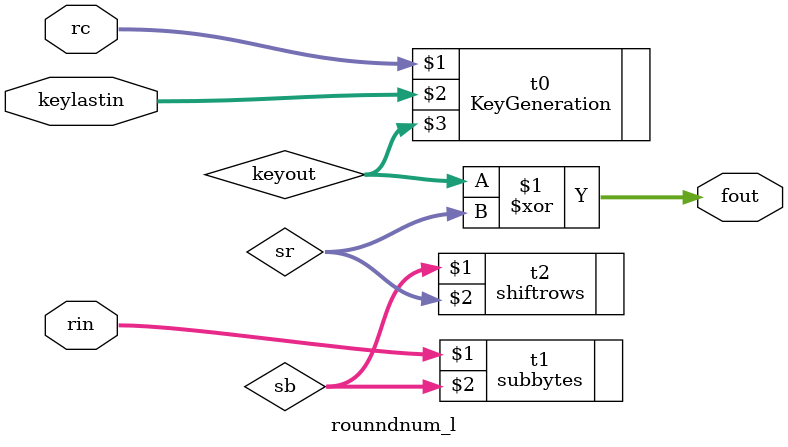
<source format=v>
`timescale 1ns / 1ps

module rounndnum_l(rc,rin,keylastin,fout);
input [3:0]rc;
input [127:0]rin;
input [127:0]keylastin;
output [127:0]fout;
wire [127:0] sb,sr,mcl,keyout;
KeyGeneration t0(rc,keylastin,keyout);
subbytes t1(rin,sb);
shiftrows t2(sb,sr);
assign fout= keyout^sr;
endmodule

</source>
